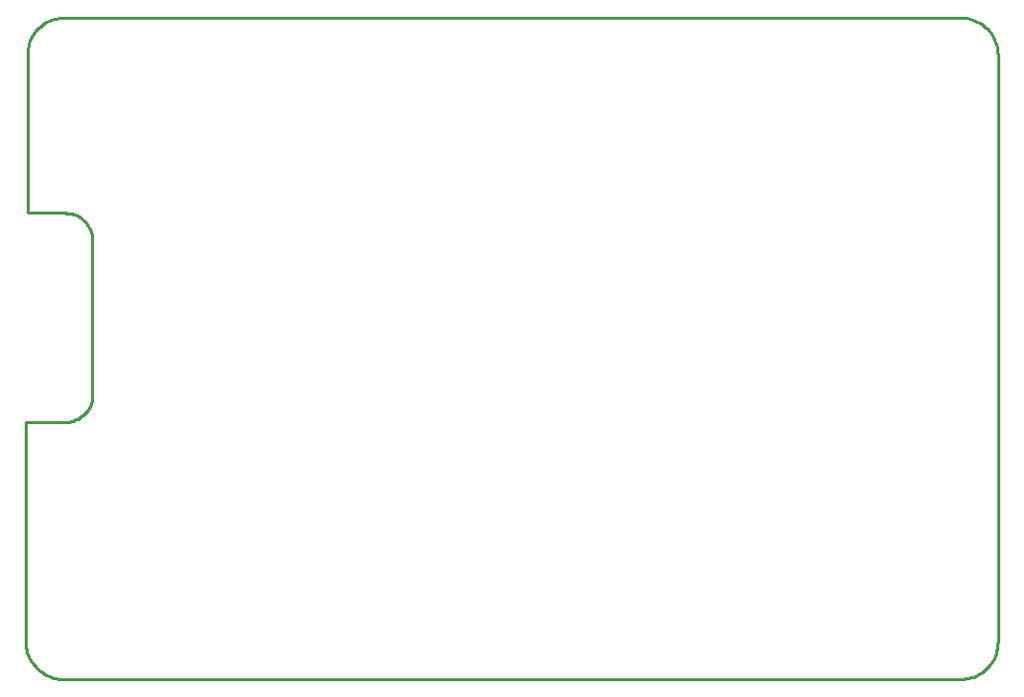
<source format=gko>
%FSTAX23Y23*%
%MOIN*%
%SFA1B1*%

%IPPOS*%
%ADD22C,0.010000*%
%LNhvcape-1*%
%LPD*%
G54D22*
X0233Y0416D02*
D01*
X02321Y04159*
X02312Y04158*
X02304Y04157*
X02295Y04155*
X02287Y04152*
X02279Y04149*
X02271Y04145*
X02263Y04141*
X02256Y04136*
X02249Y0413*
X02243Y04124*
X02237Y04118*
X02231Y04111*
X02226Y04104*
X02221Y04097*
X02217Y04089*
X02214Y04081*
X02211Y04073*
X02208Y04065*
X02206Y04056*
X02205Y04048*
X02205Y04039*
X02205Y04035*
X022Y02055D02*
D01*
X022Y02046*
X02201Y02037*
X02202Y02029*
X02204Y0202*
X02207Y02012*
X0221Y02004*
X02214Y01996*
X02218Y01988*
X02223Y01981*
X02229Y01974*
X02235Y01968*
X02241Y01962*
X02248Y01956*
X02255Y01951*
X02262Y01946*
X0227Y01942*
X02278Y01939*
X02286Y01936*
X02294Y01933*
X02303Y01931*
X02311Y0193*
X0232Y0193*
X02325Y0193*
X02333Y02797D02*
D01*
X02339Y02797*
X02345Y02797*
X02352Y02799*
X02358Y028*
X02364Y02802*
X0237Y02804*
X02376Y02807*
X02381Y0281*
X02386Y02814*
X02392Y02818*
X02396Y02822*
X02401Y02827*
X02405Y02832*
X02409Y02837*
X02412Y02842*
X02415Y02848*
X02418Y02854*
X0242Y0286*
X02422Y02866*
X02423Y02872*
X02424Y02879*
X02424Y02885*
X02424Y02888*
Y03409D02*
D01*
X02424Y03415*
X02423Y03421*
X02422Y03428*
X02421Y03434*
X02419Y0344*
X02416Y03446*
X02414Y03452*
X0241Y03457*
X02407Y03463*
X02403Y03468*
X02399Y03472*
X02394Y03477*
X02389Y03481*
X02384Y03485*
X02378Y03488*
X02373Y03491*
X02367Y03494*
X02361Y03496*
X02355Y03498*
X02348Y03499*
X02342Y035*
X02336Y035*
X02333Y03501*
X05475Y04035D02*
D01*
X05474Y04043*
X05473Y04052*
X05472Y0406*
X0547Y04069*
X05467Y04077*
X05464Y04085*
X0546Y04093*
X05456Y04101*
X05451Y04108*
X05445Y04115*
X05439Y04121*
X05433Y04127*
X05426Y04133*
X05419Y04138*
X05412Y04143*
X05404Y04147*
X05396Y0415*
X05388Y04153*
X0538Y04156*
X05371Y04158*
X05363Y04159*
X05354Y04159*
X0535Y0416*
Y0193D02*
D01*
X05358Y0193*
X05367Y01931*
X05375Y01932*
X05384Y01934*
X05392Y01937*
X054Y0194*
X05408Y01944*
X05416Y01948*
X05423Y01953*
X0543Y01959*
X05436Y01965*
X05442Y01971*
X05448Y01978*
X05453Y01985*
X05458Y01992*
X05462Y02*
X05465Y02008*
X05468Y02016*
X05471Y02024*
X05473Y02033*
X05474Y02041*
X05474Y0205*
X05475Y02055*
X022D02*
Y02797D01*
X02325Y0193D02*
X0535D01*
X02205Y03501D02*
Y04035D01*
X0233Y0416D02*
X0535D01*
X02424Y02888D02*
Y03409D01*
X02205Y03501D02*
X02333D01*
X022Y02797D02*
X02333D01*
X05475Y02055D02*
Y04035D01*
M02*
</source>
